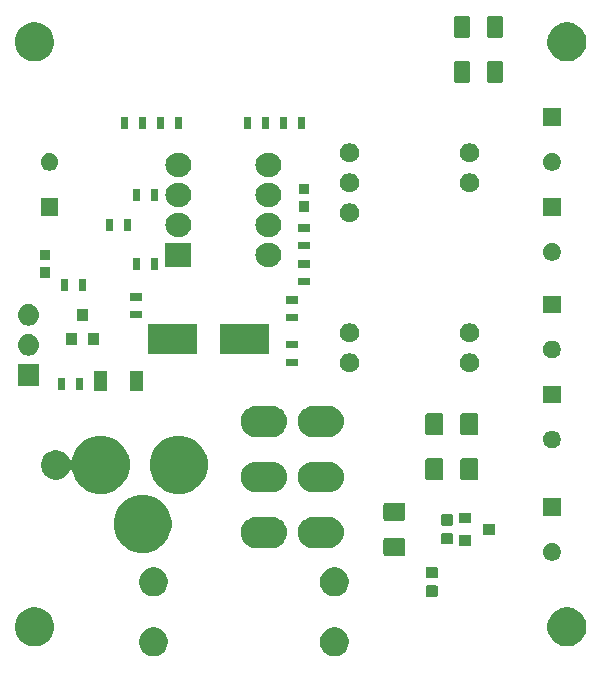
<source format=gts>
G04 #@! TF.GenerationSoftware,KiCad,Pcbnew,5.1.3*
G04 #@! TF.CreationDate,2019-08-09T23:07:46+01:00*
G04 #@! TF.ProjectId,LEDregulator,4c454472-6567-4756-9c61-746f722e6b69,rev?*
G04 #@! TF.SameCoordinates,Original*
G04 #@! TF.FileFunction,Soldermask,Top*
G04 #@! TF.FilePolarity,Negative*
%FSLAX46Y46*%
G04 Gerber Fmt 4.6, Leading zero omitted, Abs format (unit mm)*
G04 Created by KiCad (PCBNEW 5.1.3) date 2019-08-09 23:07:46*
%MOMM*%
%LPD*%
G04 APERTURE LIST*
%ADD10C,0.100000*%
G04 APERTURE END LIST*
D10*
G36*
X147677610Y-91531114D02*
G01*
X147850214Y-91602609D01*
X147900729Y-91623533D01*
X147951269Y-91657303D01*
X148101529Y-91757703D01*
X148272297Y-91928471D01*
X148406468Y-92129273D01*
X148498886Y-92352390D01*
X148546000Y-92589248D01*
X148546000Y-92830752D01*
X148498886Y-93067610D01*
X148406468Y-93290727D01*
X148272297Y-93491529D01*
X148101529Y-93662297D01*
X147951269Y-93762697D01*
X147900729Y-93796467D01*
X147900728Y-93796468D01*
X147900727Y-93796468D01*
X147677610Y-93888886D01*
X147440752Y-93936000D01*
X147199248Y-93936000D01*
X146962390Y-93888886D01*
X146739273Y-93796468D01*
X146739272Y-93796468D01*
X146739271Y-93796467D01*
X146688731Y-93762697D01*
X146538471Y-93662297D01*
X146367703Y-93491529D01*
X146233532Y-93290727D01*
X146141114Y-93067610D01*
X146094000Y-92830752D01*
X146094000Y-92589248D01*
X146141114Y-92352390D01*
X146233532Y-92129273D01*
X146367703Y-91928471D01*
X146538471Y-91757703D01*
X146688731Y-91657303D01*
X146739271Y-91623533D01*
X146789786Y-91602609D01*
X146962390Y-91531114D01*
X147199248Y-91484000D01*
X147440752Y-91484000D01*
X147677610Y-91531114D01*
X147677610Y-91531114D01*
G37*
G36*
X132357610Y-91531114D02*
G01*
X132530214Y-91602609D01*
X132580729Y-91623533D01*
X132631269Y-91657303D01*
X132781529Y-91757703D01*
X132952297Y-91928471D01*
X133086468Y-92129273D01*
X133178886Y-92352390D01*
X133226000Y-92589248D01*
X133226000Y-92830752D01*
X133178886Y-93067610D01*
X133086468Y-93290727D01*
X132952297Y-93491529D01*
X132781529Y-93662297D01*
X132631269Y-93762697D01*
X132580729Y-93796467D01*
X132580728Y-93796468D01*
X132580727Y-93796468D01*
X132357610Y-93888886D01*
X132120752Y-93936000D01*
X131879248Y-93936000D01*
X131642390Y-93888886D01*
X131419273Y-93796468D01*
X131419272Y-93796468D01*
X131419271Y-93796467D01*
X131368731Y-93762697D01*
X131218471Y-93662297D01*
X131047703Y-93491529D01*
X130913532Y-93290727D01*
X130821114Y-93067610D01*
X130774000Y-92830752D01*
X130774000Y-92589248D01*
X130821114Y-92352390D01*
X130913532Y-92129273D01*
X131047703Y-91928471D01*
X131218471Y-91757703D01*
X131368731Y-91657303D01*
X131419271Y-91623533D01*
X131469786Y-91602609D01*
X131642390Y-91531114D01*
X131879248Y-91484000D01*
X132120752Y-91484000D01*
X132357610Y-91531114D01*
X132357610Y-91531114D01*
G37*
G36*
X122295256Y-89831298D02*
G01*
X122401579Y-89852447D01*
X122702042Y-89976903D01*
X122972451Y-90157585D01*
X123202415Y-90387549D01*
X123202416Y-90387551D01*
X123383098Y-90657960D01*
X123507553Y-90958422D01*
X123571000Y-91277389D01*
X123571000Y-91602611D01*
X123566838Y-91623533D01*
X123507553Y-91921579D01*
X123383097Y-92222042D01*
X123202415Y-92492451D01*
X122972451Y-92722415D01*
X122702042Y-92903097D01*
X122401579Y-93027553D01*
X122295256Y-93048702D01*
X122082611Y-93091000D01*
X121757389Y-93091000D01*
X121544744Y-93048702D01*
X121438421Y-93027553D01*
X121137958Y-92903097D01*
X120867549Y-92722415D01*
X120637585Y-92492451D01*
X120456903Y-92222042D01*
X120332447Y-91921579D01*
X120273162Y-91623533D01*
X120269000Y-91602611D01*
X120269000Y-91277389D01*
X120332447Y-90958422D01*
X120456902Y-90657960D01*
X120637584Y-90387551D01*
X120637585Y-90387549D01*
X120867549Y-90157585D01*
X121137958Y-89976903D01*
X121438421Y-89852447D01*
X121544744Y-89831298D01*
X121757389Y-89789000D01*
X122082611Y-89789000D01*
X122295256Y-89831298D01*
X122295256Y-89831298D01*
G37*
G36*
X167380256Y-89831298D02*
G01*
X167486579Y-89852447D01*
X167787042Y-89976903D01*
X168057451Y-90157585D01*
X168287415Y-90387549D01*
X168287416Y-90387551D01*
X168468098Y-90657960D01*
X168592553Y-90958422D01*
X168656000Y-91277389D01*
X168656000Y-91602611D01*
X168651838Y-91623533D01*
X168592553Y-91921579D01*
X168468097Y-92222042D01*
X168287415Y-92492451D01*
X168057451Y-92722415D01*
X167787042Y-92903097D01*
X167486579Y-93027553D01*
X167380256Y-93048702D01*
X167167611Y-93091000D01*
X166842389Y-93091000D01*
X166629744Y-93048702D01*
X166523421Y-93027553D01*
X166222958Y-92903097D01*
X165952549Y-92722415D01*
X165722585Y-92492451D01*
X165541903Y-92222042D01*
X165417447Y-91921579D01*
X165358162Y-91623533D01*
X165354000Y-91602611D01*
X165354000Y-91277389D01*
X165417447Y-90958422D01*
X165541902Y-90657960D01*
X165722584Y-90387551D01*
X165722585Y-90387549D01*
X165952549Y-90157585D01*
X166222958Y-89976903D01*
X166523421Y-89852447D01*
X166629744Y-89831298D01*
X166842389Y-89789000D01*
X167167611Y-89789000D01*
X167380256Y-89831298D01*
X167380256Y-89831298D01*
G37*
G36*
X155954591Y-87933085D02*
G01*
X155988569Y-87943393D01*
X156019890Y-87960134D01*
X156047339Y-87982661D01*
X156069866Y-88010110D01*
X156086607Y-88041431D01*
X156096915Y-88075409D01*
X156101000Y-88116890D01*
X156101000Y-88718110D01*
X156096915Y-88759591D01*
X156086607Y-88793569D01*
X156069866Y-88824890D01*
X156047339Y-88852339D01*
X156019890Y-88874866D01*
X155988569Y-88891607D01*
X155954591Y-88901915D01*
X155913110Y-88906000D01*
X155236890Y-88906000D01*
X155195409Y-88901915D01*
X155161431Y-88891607D01*
X155130110Y-88874866D01*
X155102661Y-88852339D01*
X155080134Y-88824890D01*
X155063393Y-88793569D01*
X155053085Y-88759591D01*
X155049000Y-88718110D01*
X155049000Y-88116890D01*
X155053085Y-88075409D01*
X155063393Y-88041431D01*
X155080134Y-88010110D01*
X155102661Y-87982661D01*
X155130110Y-87960134D01*
X155161431Y-87943393D01*
X155195409Y-87933085D01*
X155236890Y-87929000D01*
X155913110Y-87929000D01*
X155954591Y-87933085D01*
X155954591Y-87933085D01*
G37*
G36*
X147677610Y-86451114D02*
G01*
X147900727Y-86543532D01*
X147900729Y-86543533D01*
X147911304Y-86550599D01*
X148101529Y-86677703D01*
X148272297Y-86848471D01*
X148406468Y-87049273D01*
X148498886Y-87272390D01*
X148546000Y-87509248D01*
X148546000Y-87750752D01*
X148498886Y-87987610D01*
X148406468Y-88210727D01*
X148272297Y-88411529D01*
X148101529Y-88582297D01*
X147951269Y-88682697D01*
X147900729Y-88716467D01*
X147900728Y-88716468D01*
X147900727Y-88716468D01*
X147677610Y-88808886D01*
X147440752Y-88856000D01*
X147199248Y-88856000D01*
X146962390Y-88808886D01*
X146739273Y-88716468D01*
X146739272Y-88716468D01*
X146739271Y-88716467D01*
X146688731Y-88682697D01*
X146538471Y-88582297D01*
X146367703Y-88411529D01*
X146233532Y-88210727D01*
X146141114Y-87987610D01*
X146094000Y-87750752D01*
X146094000Y-87509248D01*
X146141114Y-87272390D01*
X146233532Y-87049273D01*
X146367703Y-86848471D01*
X146538471Y-86677703D01*
X146728696Y-86550599D01*
X146739271Y-86543533D01*
X146739273Y-86543532D01*
X146962390Y-86451114D01*
X147199248Y-86404000D01*
X147440752Y-86404000D01*
X147677610Y-86451114D01*
X147677610Y-86451114D01*
G37*
G36*
X132357610Y-86451114D02*
G01*
X132580727Y-86543532D01*
X132580729Y-86543533D01*
X132591304Y-86550599D01*
X132781529Y-86677703D01*
X132952297Y-86848471D01*
X133086468Y-87049273D01*
X133178886Y-87272390D01*
X133226000Y-87509248D01*
X133226000Y-87750752D01*
X133178886Y-87987610D01*
X133086468Y-88210727D01*
X132952297Y-88411529D01*
X132781529Y-88582297D01*
X132631269Y-88682697D01*
X132580729Y-88716467D01*
X132580728Y-88716468D01*
X132580727Y-88716468D01*
X132357610Y-88808886D01*
X132120752Y-88856000D01*
X131879248Y-88856000D01*
X131642390Y-88808886D01*
X131419273Y-88716468D01*
X131419272Y-88716468D01*
X131419271Y-88716467D01*
X131368731Y-88682697D01*
X131218471Y-88582297D01*
X131047703Y-88411529D01*
X130913532Y-88210727D01*
X130821114Y-87987610D01*
X130774000Y-87750752D01*
X130774000Y-87509248D01*
X130821114Y-87272390D01*
X130913532Y-87049273D01*
X131047703Y-86848471D01*
X131218471Y-86677703D01*
X131408696Y-86550599D01*
X131419271Y-86543533D01*
X131419273Y-86543532D01*
X131642390Y-86451114D01*
X131879248Y-86404000D01*
X132120752Y-86404000D01*
X132357610Y-86451114D01*
X132357610Y-86451114D01*
G37*
G36*
X155954591Y-86358085D02*
G01*
X155988569Y-86368393D01*
X156019890Y-86385134D01*
X156047339Y-86407661D01*
X156069866Y-86435110D01*
X156086607Y-86466431D01*
X156096915Y-86500409D01*
X156101000Y-86541890D01*
X156101000Y-87143110D01*
X156096915Y-87184591D01*
X156086607Y-87218569D01*
X156069866Y-87249890D01*
X156047339Y-87277339D01*
X156019890Y-87299866D01*
X155988569Y-87316607D01*
X155954591Y-87326915D01*
X155913110Y-87331000D01*
X155236890Y-87331000D01*
X155195409Y-87326915D01*
X155161431Y-87316607D01*
X155130110Y-87299866D01*
X155102661Y-87277339D01*
X155080134Y-87249890D01*
X155063393Y-87218569D01*
X155053085Y-87184591D01*
X155049000Y-87143110D01*
X155049000Y-86541890D01*
X155053085Y-86500409D01*
X155063393Y-86466431D01*
X155080134Y-86435110D01*
X155102661Y-86407661D01*
X155130110Y-86385134D01*
X155161431Y-86368393D01*
X155195409Y-86358085D01*
X155236890Y-86354000D01*
X155913110Y-86354000D01*
X155954591Y-86358085D01*
X155954591Y-86358085D01*
G37*
G36*
X165954059Y-84367860D02*
G01*
X166049370Y-84407339D01*
X166090732Y-84424472D01*
X166213735Y-84506660D01*
X166318340Y-84611265D01*
X166400528Y-84734268D01*
X166400529Y-84734270D01*
X166457140Y-84870941D01*
X166486000Y-85016032D01*
X166486000Y-85163968D01*
X166474781Y-85220369D01*
X166457140Y-85309059D01*
X166400528Y-85445732D01*
X166318340Y-85568735D01*
X166213735Y-85673340D01*
X166090732Y-85755528D01*
X166090731Y-85755529D01*
X166090730Y-85755529D01*
X165954059Y-85812140D01*
X165808968Y-85841000D01*
X165661032Y-85841000D01*
X165515941Y-85812140D01*
X165379270Y-85755529D01*
X165379269Y-85755529D01*
X165379268Y-85755528D01*
X165256265Y-85673340D01*
X165151660Y-85568735D01*
X165069472Y-85445732D01*
X165012860Y-85309059D01*
X164995219Y-85220369D01*
X164984000Y-85163968D01*
X164984000Y-85016032D01*
X165012860Y-84870941D01*
X165069471Y-84734270D01*
X165069472Y-84734268D01*
X165151660Y-84611265D01*
X165256265Y-84506660D01*
X165379268Y-84424472D01*
X165420631Y-84407339D01*
X165515941Y-84367860D01*
X165661032Y-84339000D01*
X165808968Y-84339000D01*
X165954059Y-84367860D01*
X165954059Y-84367860D01*
G37*
G36*
X153175562Y-83913181D02*
G01*
X153210481Y-83923774D01*
X153242663Y-83940976D01*
X153270873Y-83964127D01*
X153294024Y-83992337D01*
X153311226Y-84024519D01*
X153321819Y-84059438D01*
X153326000Y-84101895D01*
X153326000Y-85243105D01*
X153321819Y-85285562D01*
X153311226Y-85320481D01*
X153294024Y-85352663D01*
X153270873Y-85380873D01*
X153242663Y-85404024D01*
X153210481Y-85421226D01*
X153175562Y-85431819D01*
X153133105Y-85436000D01*
X151666895Y-85436000D01*
X151624438Y-85431819D01*
X151589519Y-85421226D01*
X151557337Y-85404024D01*
X151529127Y-85380873D01*
X151505976Y-85352663D01*
X151488774Y-85320481D01*
X151478181Y-85285562D01*
X151474000Y-85243105D01*
X151474000Y-84101895D01*
X151478181Y-84059438D01*
X151488774Y-84024519D01*
X151505976Y-83992337D01*
X151529127Y-83964127D01*
X151557337Y-83940976D01*
X151589519Y-83923774D01*
X151624438Y-83913181D01*
X151666895Y-83909000D01*
X153133105Y-83909000D01*
X153175562Y-83913181D01*
X153175562Y-83913181D01*
G37*
G36*
X131798929Y-80367190D02*
G01*
X132189573Y-80529000D01*
X132244984Y-80551952D01*
X132646421Y-80820184D01*
X132987816Y-81161579D01*
X133256049Y-81563018D01*
X133440810Y-82009071D01*
X133535000Y-82482596D01*
X133535000Y-82965404D01*
X133440810Y-83438929D01*
X133344314Y-83671890D01*
X133256048Y-83884984D01*
X132987816Y-84286421D01*
X132646421Y-84627816D01*
X132244984Y-84896048D01*
X132244983Y-84896049D01*
X132244982Y-84896049D01*
X131798929Y-85080810D01*
X131325404Y-85175000D01*
X130842596Y-85175000D01*
X130369071Y-85080810D01*
X129923018Y-84896049D01*
X129923017Y-84896049D01*
X129923016Y-84896048D01*
X129521579Y-84627816D01*
X129180184Y-84286421D01*
X128911952Y-83884984D01*
X128823686Y-83671890D01*
X128727190Y-83438929D01*
X128633000Y-82965404D01*
X128633000Y-82482596D01*
X128727190Y-82009071D01*
X128911951Y-81563018D01*
X129180184Y-81161579D01*
X129521579Y-80820184D01*
X129923016Y-80551952D01*
X129978427Y-80529000D01*
X130369071Y-80367190D01*
X130842596Y-80273000D01*
X131325404Y-80273000D01*
X131798929Y-80367190D01*
X131798929Y-80367190D01*
G37*
G36*
X146983473Y-82148413D02*
G01*
X147079040Y-82157825D01*
X147324280Y-82232218D01*
X147550294Y-82353025D01*
X147580315Y-82377663D01*
X147748397Y-82515603D01*
X147851922Y-82641750D01*
X147910975Y-82713706D01*
X148031782Y-82939720D01*
X148106175Y-83184960D01*
X148131294Y-83440000D01*
X148106175Y-83695040D01*
X148031782Y-83940280D01*
X147910975Y-84166294D01*
X147869567Y-84216750D01*
X147748397Y-84364397D01*
X147601899Y-84484624D01*
X147550294Y-84526975D01*
X147324280Y-84647782D01*
X147079040Y-84722175D01*
X146983473Y-84731587D01*
X146887906Y-84741000D01*
X145460094Y-84741000D01*
X145364527Y-84731587D01*
X145268960Y-84722175D01*
X145023720Y-84647782D01*
X144797706Y-84526975D01*
X144746101Y-84484624D01*
X144599603Y-84364397D01*
X144478433Y-84216750D01*
X144437025Y-84166294D01*
X144316218Y-83940280D01*
X144241825Y-83695040D01*
X144216706Y-83440000D01*
X144241825Y-83184960D01*
X144316218Y-82939720D01*
X144437025Y-82713706D01*
X144496078Y-82641750D01*
X144599603Y-82515603D01*
X144767685Y-82377663D01*
X144797706Y-82353025D01*
X145023720Y-82232218D01*
X145268960Y-82157825D01*
X145364527Y-82148413D01*
X145460094Y-82139000D01*
X146887906Y-82139000D01*
X146983473Y-82148413D01*
X146983473Y-82148413D01*
G37*
G36*
X142163473Y-82148413D02*
G01*
X142259040Y-82157825D01*
X142504280Y-82232218D01*
X142730294Y-82353025D01*
X142760315Y-82377663D01*
X142928397Y-82515603D01*
X143031922Y-82641750D01*
X143090975Y-82713706D01*
X143211782Y-82939720D01*
X143286175Y-83184960D01*
X143311294Y-83440000D01*
X143286175Y-83695040D01*
X143211782Y-83940280D01*
X143090975Y-84166294D01*
X143049567Y-84216750D01*
X142928397Y-84364397D01*
X142781899Y-84484624D01*
X142730294Y-84526975D01*
X142504280Y-84647782D01*
X142259040Y-84722175D01*
X142163473Y-84731587D01*
X142067906Y-84741000D01*
X140640094Y-84741000D01*
X140544527Y-84731587D01*
X140448960Y-84722175D01*
X140203720Y-84647782D01*
X139977706Y-84526975D01*
X139926101Y-84484624D01*
X139779603Y-84364397D01*
X139658433Y-84216750D01*
X139617025Y-84166294D01*
X139496218Y-83940280D01*
X139421825Y-83695040D01*
X139396706Y-83440000D01*
X139421825Y-83184960D01*
X139496218Y-82939720D01*
X139617025Y-82713706D01*
X139676078Y-82641750D01*
X139779603Y-82515603D01*
X139947685Y-82377663D01*
X139977706Y-82353025D01*
X140203720Y-82232218D01*
X140448960Y-82157825D01*
X140544527Y-82148413D01*
X140640094Y-82139000D01*
X142067906Y-82139000D01*
X142163473Y-82148413D01*
X142163473Y-82148413D01*
G37*
G36*
X158886000Y-84586000D02*
G01*
X157884000Y-84586000D01*
X157884000Y-83684000D01*
X158886000Y-83684000D01*
X158886000Y-84586000D01*
X158886000Y-84586000D01*
G37*
G36*
X157224591Y-83488085D02*
G01*
X157258569Y-83498393D01*
X157289890Y-83515134D01*
X157317339Y-83537661D01*
X157339866Y-83565110D01*
X157356607Y-83596431D01*
X157366915Y-83630409D01*
X157371000Y-83671890D01*
X157371000Y-84273110D01*
X157366915Y-84314591D01*
X157356607Y-84348569D01*
X157339866Y-84379890D01*
X157317339Y-84407339D01*
X157289890Y-84429866D01*
X157258569Y-84446607D01*
X157224591Y-84456915D01*
X157183110Y-84461000D01*
X156506890Y-84461000D01*
X156465409Y-84456915D01*
X156431431Y-84446607D01*
X156400110Y-84429866D01*
X156372661Y-84407339D01*
X156350134Y-84379890D01*
X156333393Y-84348569D01*
X156323085Y-84314591D01*
X156319000Y-84273110D01*
X156319000Y-83671890D01*
X156323085Y-83630409D01*
X156333393Y-83596431D01*
X156350134Y-83565110D01*
X156372661Y-83537661D01*
X156400110Y-83515134D01*
X156431431Y-83498393D01*
X156465409Y-83488085D01*
X156506890Y-83484000D01*
X157183110Y-83484000D01*
X157224591Y-83488085D01*
X157224591Y-83488085D01*
G37*
G36*
X160886000Y-83636000D02*
G01*
X159884000Y-83636000D01*
X159884000Y-82734000D01*
X160886000Y-82734000D01*
X160886000Y-83636000D01*
X160886000Y-83636000D01*
G37*
G36*
X157224591Y-81913085D02*
G01*
X157258569Y-81923393D01*
X157289890Y-81940134D01*
X157317339Y-81962661D01*
X157339866Y-81990110D01*
X157356607Y-82021431D01*
X157366915Y-82055409D01*
X157371000Y-82096890D01*
X157371000Y-82698110D01*
X157366915Y-82739591D01*
X157356607Y-82773569D01*
X157339866Y-82804890D01*
X157317339Y-82832339D01*
X157289890Y-82854866D01*
X157258569Y-82871607D01*
X157224591Y-82881915D01*
X157183110Y-82886000D01*
X156506890Y-82886000D01*
X156465409Y-82881915D01*
X156431431Y-82871607D01*
X156400110Y-82854866D01*
X156372661Y-82832339D01*
X156350134Y-82804890D01*
X156333393Y-82773569D01*
X156323085Y-82739591D01*
X156319000Y-82698110D01*
X156319000Y-82096890D01*
X156323085Y-82055409D01*
X156333393Y-82021431D01*
X156350134Y-81990110D01*
X156372661Y-81962661D01*
X156400110Y-81940134D01*
X156431431Y-81923393D01*
X156465409Y-81913085D01*
X156506890Y-81909000D01*
X157183110Y-81909000D01*
X157224591Y-81913085D01*
X157224591Y-81913085D01*
G37*
G36*
X158886000Y-82686000D02*
G01*
X157884000Y-82686000D01*
X157884000Y-81784000D01*
X158886000Y-81784000D01*
X158886000Y-82686000D01*
X158886000Y-82686000D01*
G37*
G36*
X153175562Y-80938181D02*
G01*
X153210481Y-80948774D01*
X153242663Y-80965976D01*
X153270873Y-80989127D01*
X153294024Y-81017337D01*
X153311226Y-81049519D01*
X153321819Y-81084438D01*
X153326000Y-81126895D01*
X153326000Y-82268105D01*
X153321819Y-82310562D01*
X153311226Y-82345481D01*
X153294024Y-82377663D01*
X153270873Y-82405873D01*
X153242663Y-82429024D01*
X153210481Y-82446226D01*
X153175562Y-82456819D01*
X153133105Y-82461000D01*
X151666895Y-82461000D01*
X151624438Y-82456819D01*
X151589519Y-82446226D01*
X151557337Y-82429024D01*
X151529127Y-82405873D01*
X151505976Y-82377663D01*
X151488774Y-82345481D01*
X151478181Y-82310562D01*
X151474000Y-82268105D01*
X151474000Y-81126895D01*
X151478181Y-81084438D01*
X151488774Y-81049519D01*
X151505976Y-81017337D01*
X151529127Y-80989127D01*
X151557337Y-80965976D01*
X151589519Y-80948774D01*
X151624438Y-80938181D01*
X151666895Y-80934000D01*
X153133105Y-80934000D01*
X153175562Y-80938181D01*
X153175562Y-80938181D01*
G37*
G36*
X166486000Y-82031000D02*
G01*
X164984000Y-82031000D01*
X164984000Y-80529000D01*
X166486000Y-80529000D01*
X166486000Y-82031000D01*
X166486000Y-82031000D01*
G37*
G36*
X134848929Y-75367190D02*
G01*
X135294982Y-75551951D01*
X135294984Y-75551952D01*
X135425211Y-75638967D01*
X135696421Y-75820184D01*
X136037816Y-76161579D01*
X136306049Y-76563018D01*
X136490810Y-77009071D01*
X136585000Y-77482596D01*
X136585000Y-77965404D01*
X136490810Y-78438929D01*
X136327737Y-78832622D01*
X136306048Y-78884984D01*
X136037816Y-79286421D01*
X135696421Y-79627816D01*
X135294984Y-79896048D01*
X135294983Y-79896049D01*
X135294982Y-79896049D01*
X134848929Y-80080810D01*
X134375404Y-80175000D01*
X133892596Y-80175000D01*
X133419071Y-80080810D01*
X132973018Y-79896049D01*
X132973017Y-79896049D01*
X132973016Y-79896048D01*
X132571579Y-79627816D01*
X132230184Y-79286421D01*
X131961952Y-78884984D01*
X131940263Y-78832622D01*
X131777190Y-78438929D01*
X131683000Y-77965404D01*
X131683000Y-77482596D01*
X131777190Y-77009071D01*
X131961951Y-76563018D01*
X132230184Y-76161579D01*
X132571579Y-75820184D01*
X132842789Y-75638967D01*
X132973016Y-75551952D01*
X132973018Y-75551951D01*
X133419071Y-75367190D01*
X133892596Y-75273000D01*
X134375404Y-75273000D01*
X134848929Y-75367190D01*
X134848929Y-75367190D01*
G37*
G36*
X128248929Y-75367190D02*
G01*
X128694982Y-75551951D01*
X128694984Y-75551952D01*
X128825211Y-75638967D01*
X129096421Y-75820184D01*
X129437816Y-76161579D01*
X129706049Y-76563018D01*
X129890810Y-77009071D01*
X129985000Y-77482596D01*
X129985000Y-77965404D01*
X129890810Y-78438929D01*
X129727737Y-78832622D01*
X129706048Y-78884984D01*
X129437816Y-79286421D01*
X129096421Y-79627816D01*
X128694984Y-79896048D01*
X128694983Y-79896049D01*
X128694982Y-79896049D01*
X128248929Y-80080810D01*
X127775404Y-80175000D01*
X127292596Y-80175000D01*
X126819071Y-80080810D01*
X126373018Y-79896049D01*
X126373017Y-79896049D01*
X126373016Y-79896048D01*
X125971579Y-79627816D01*
X125630184Y-79286421D01*
X125361952Y-78884984D01*
X125340263Y-78832622D01*
X125177190Y-78438929D01*
X125132596Y-78214739D01*
X125125483Y-78191290D01*
X125113932Y-78169679D01*
X125098387Y-78150737D01*
X125079445Y-78135192D01*
X125057834Y-78123641D01*
X125034385Y-78116528D01*
X125009999Y-78114126D01*
X124985613Y-78116528D01*
X124962164Y-78123641D01*
X124940553Y-78135192D01*
X124921611Y-78150737D01*
X124906066Y-78169679D01*
X124894515Y-78191290D01*
X124874456Y-78239718D01*
X124842622Y-78316571D01*
X124705715Y-78521466D01*
X124531466Y-78695715D01*
X124326571Y-78832622D01*
X124326570Y-78832623D01*
X124326569Y-78832623D01*
X124098903Y-78926925D01*
X123857214Y-78975000D01*
X123610786Y-78975000D01*
X123369097Y-78926925D01*
X123141431Y-78832623D01*
X123141430Y-78832623D01*
X123141429Y-78832622D01*
X122936534Y-78695715D01*
X122762285Y-78521466D01*
X122625378Y-78316571D01*
X122593545Y-78239718D01*
X122531075Y-78088903D01*
X122483000Y-77847214D01*
X122483000Y-77600786D01*
X122531075Y-77359097D01*
X122625377Y-77131431D01*
X122625378Y-77131429D01*
X122762285Y-76926534D01*
X122936534Y-76752285D01*
X123141429Y-76615378D01*
X123369097Y-76521075D01*
X123610786Y-76473000D01*
X123857214Y-76473000D01*
X124098903Y-76521075D01*
X124326571Y-76615378D01*
X124531466Y-76752285D01*
X124705715Y-76926534D01*
X124842622Y-77131429D01*
X124842623Y-77131431D01*
X124894515Y-77256710D01*
X124906066Y-77278320D01*
X124921611Y-77297262D01*
X124940553Y-77312808D01*
X124962164Y-77324359D01*
X124985613Y-77331472D01*
X125009999Y-77333874D01*
X125034385Y-77331472D01*
X125057834Y-77324359D01*
X125079444Y-77312808D01*
X125098386Y-77297263D01*
X125113932Y-77278321D01*
X125125483Y-77256710D01*
X125132596Y-77233261D01*
X125177190Y-77009071D01*
X125361951Y-76563018D01*
X125630184Y-76161579D01*
X125971579Y-75820184D01*
X126242789Y-75638967D01*
X126373016Y-75551952D01*
X126373018Y-75551951D01*
X126819071Y-75367190D01*
X127292596Y-75273000D01*
X127775404Y-75273000D01*
X128248929Y-75367190D01*
X128248929Y-75367190D01*
G37*
G36*
X146968065Y-77446895D02*
G01*
X147079040Y-77457825D01*
X147324280Y-77532218D01*
X147550294Y-77653025D01*
X147601899Y-77695376D01*
X147748397Y-77815603D01*
X147868624Y-77962101D01*
X147910975Y-78013706D01*
X148031782Y-78239720D01*
X148106175Y-78484960D01*
X148131294Y-78740000D01*
X148106175Y-78995040D01*
X148031782Y-79240280D01*
X147910975Y-79466294D01*
X147868624Y-79517899D01*
X147748397Y-79664397D01*
X147601899Y-79784624D01*
X147550294Y-79826975D01*
X147324280Y-79947782D01*
X147079040Y-80022175D01*
X146983473Y-80031587D01*
X146887906Y-80041000D01*
X145460094Y-80041000D01*
X145364527Y-80031587D01*
X145268960Y-80022175D01*
X145023720Y-79947782D01*
X144797706Y-79826975D01*
X144746101Y-79784624D01*
X144599603Y-79664397D01*
X144479376Y-79517899D01*
X144437025Y-79466294D01*
X144316218Y-79240280D01*
X144241825Y-78995040D01*
X144216706Y-78740000D01*
X144241825Y-78484960D01*
X144316218Y-78239720D01*
X144437025Y-78013706D01*
X144479376Y-77962101D01*
X144599603Y-77815603D01*
X144746101Y-77695376D01*
X144797706Y-77653025D01*
X145023720Y-77532218D01*
X145268960Y-77457825D01*
X145379935Y-77446895D01*
X145460094Y-77439000D01*
X146887906Y-77439000D01*
X146968065Y-77446895D01*
X146968065Y-77446895D01*
G37*
G36*
X142148065Y-77446895D02*
G01*
X142259040Y-77457825D01*
X142504280Y-77532218D01*
X142730294Y-77653025D01*
X142781899Y-77695376D01*
X142928397Y-77815603D01*
X143048624Y-77962101D01*
X143090975Y-78013706D01*
X143211782Y-78239720D01*
X143286175Y-78484960D01*
X143311294Y-78740000D01*
X143286175Y-78995040D01*
X143211782Y-79240280D01*
X143090975Y-79466294D01*
X143048624Y-79517899D01*
X142928397Y-79664397D01*
X142781899Y-79784624D01*
X142730294Y-79826975D01*
X142504280Y-79947782D01*
X142259040Y-80022175D01*
X142163473Y-80031587D01*
X142067906Y-80041000D01*
X140640094Y-80041000D01*
X140544527Y-80031587D01*
X140448960Y-80022175D01*
X140203720Y-79947782D01*
X139977706Y-79826975D01*
X139926101Y-79784624D01*
X139779603Y-79664397D01*
X139659376Y-79517899D01*
X139617025Y-79466294D01*
X139496218Y-79240280D01*
X139421825Y-78995040D01*
X139396706Y-78740000D01*
X139421825Y-78484960D01*
X139496218Y-78239720D01*
X139617025Y-78013706D01*
X139659376Y-77962101D01*
X139779603Y-77815603D01*
X139926101Y-77695376D01*
X139977706Y-77653025D01*
X140203720Y-77532218D01*
X140448960Y-77457825D01*
X140559935Y-77446895D01*
X140640094Y-77439000D01*
X142067906Y-77439000D01*
X142148065Y-77446895D01*
X142148065Y-77446895D01*
G37*
G36*
X156388062Y-77183181D02*
G01*
X156422981Y-77193774D01*
X156455163Y-77210976D01*
X156483373Y-77234127D01*
X156506524Y-77262337D01*
X156523726Y-77294519D01*
X156534319Y-77329438D01*
X156538500Y-77371895D01*
X156538500Y-78838105D01*
X156534319Y-78880562D01*
X156523726Y-78915481D01*
X156506524Y-78947663D01*
X156483373Y-78975873D01*
X156455163Y-78999024D01*
X156422981Y-79016226D01*
X156388062Y-79026819D01*
X156345605Y-79031000D01*
X155204395Y-79031000D01*
X155161938Y-79026819D01*
X155127019Y-79016226D01*
X155094837Y-78999024D01*
X155066627Y-78975873D01*
X155043476Y-78947663D01*
X155026274Y-78915481D01*
X155015681Y-78880562D01*
X155011500Y-78838105D01*
X155011500Y-77371895D01*
X155015681Y-77329438D01*
X155026274Y-77294519D01*
X155043476Y-77262337D01*
X155066627Y-77234127D01*
X155094837Y-77210976D01*
X155127019Y-77193774D01*
X155161938Y-77183181D01*
X155204395Y-77179000D01*
X156345605Y-77179000D01*
X156388062Y-77183181D01*
X156388062Y-77183181D01*
G37*
G36*
X159363062Y-77183181D02*
G01*
X159397981Y-77193774D01*
X159430163Y-77210976D01*
X159458373Y-77234127D01*
X159481524Y-77262337D01*
X159498726Y-77294519D01*
X159509319Y-77329438D01*
X159513500Y-77371895D01*
X159513500Y-78838105D01*
X159509319Y-78880562D01*
X159498726Y-78915481D01*
X159481524Y-78947663D01*
X159458373Y-78975873D01*
X159430163Y-78999024D01*
X159397981Y-79016226D01*
X159363062Y-79026819D01*
X159320605Y-79031000D01*
X158179395Y-79031000D01*
X158136938Y-79026819D01*
X158102019Y-79016226D01*
X158069837Y-78999024D01*
X158041627Y-78975873D01*
X158018476Y-78947663D01*
X158001274Y-78915481D01*
X157990681Y-78880562D01*
X157986500Y-78838105D01*
X157986500Y-77371895D01*
X157990681Y-77329438D01*
X158001274Y-77294519D01*
X158018476Y-77262337D01*
X158041627Y-77234127D01*
X158069837Y-77210976D01*
X158102019Y-77193774D01*
X158136938Y-77183181D01*
X158179395Y-77179000D01*
X159320605Y-77179000D01*
X159363062Y-77183181D01*
X159363062Y-77183181D01*
G37*
G36*
X165954059Y-74842860D02*
G01*
X166090732Y-74899472D01*
X166213735Y-74981660D01*
X166318340Y-75086265D01*
X166398495Y-75206226D01*
X166400529Y-75209270D01*
X166457140Y-75345941D01*
X166486000Y-75491032D01*
X166486000Y-75638968D01*
X166457140Y-75784059D01*
X166442177Y-75820184D01*
X166400528Y-75920732D01*
X166318340Y-76043735D01*
X166213735Y-76148340D01*
X166090732Y-76230528D01*
X166090731Y-76230529D01*
X166090730Y-76230529D01*
X165954059Y-76287140D01*
X165808968Y-76316000D01*
X165661032Y-76316000D01*
X165515941Y-76287140D01*
X165379270Y-76230529D01*
X165379269Y-76230529D01*
X165379268Y-76230528D01*
X165256265Y-76148340D01*
X165151660Y-76043735D01*
X165069472Y-75920732D01*
X165027824Y-75820184D01*
X165012860Y-75784059D01*
X164984000Y-75638968D01*
X164984000Y-75491032D01*
X165012860Y-75345941D01*
X165069471Y-75209270D01*
X165071505Y-75206226D01*
X165151660Y-75086265D01*
X165256265Y-74981660D01*
X165379268Y-74899472D01*
X165515941Y-74842860D01*
X165661032Y-74814000D01*
X165808968Y-74814000D01*
X165954059Y-74842860D01*
X165954059Y-74842860D01*
G37*
G36*
X146983473Y-72748413D02*
G01*
X147079040Y-72757825D01*
X147324280Y-72832218D01*
X147550294Y-72953025D01*
X147601899Y-72995376D01*
X147748397Y-73115603D01*
X147868624Y-73262101D01*
X147910975Y-73313706D01*
X148031782Y-73539720D01*
X148106175Y-73784960D01*
X148131294Y-74040000D01*
X148106175Y-74295040D01*
X148031782Y-74540280D01*
X147910975Y-74766294D01*
X147871823Y-74814000D01*
X147748397Y-74964397D01*
X147619033Y-75070562D01*
X147550294Y-75126975D01*
X147324280Y-75247782D01*
X147079040Y-75322175D01*
X146983473Y-75331587D01*
X146887906Y-75341000D01*
X145460094Y-75341000D01*
X145364527Y-75331587D01*
X145268960Y-75322175D01*
X145023720Y-75247782D01*
X144797706Y-75126975D01*
X144728967Y-75070562D01*
X144599603Y-74964397D01*
X144476177Y-74814000D01*
X144437025Y-74766294D01*
X144316218Y-74540280D01*
X144241825Y-74295040D01*
X144216706Y-74040000D01*
X144241825Y-73784960D01*
X144316218Y-73539720D01*
X144437025Y-73313706D01*
X144479376Y-73262101D01*
X144599603Y-73115603D01*
X144746101Y-72995376D01*
X144797706Y-72953025D01*
X145023720Y-72832218D01*
X145268960Y-72757825D01*
X145364527Y-72748413D01*
X145460094Y-72739000D01*
X146887906Y-72739000D01*
X146983473Y-72748413D01*
X146983473Y-72748413D01*
G37*
G36*
X142163473Y-72748413D02*
G01*
X142259040Y-72757825D01*
X142504280Y-72832218D01*
X142730294Y-72953025D01*
X142781899Y-72995376D01*
X142928397Y-73115603D01*
X143048624Y-73262101D01*
X143090975Y-73313706D01*
X143211782Y-73539720D01*
X143286175Y-73784960D01*
X143311294Y-74040000D01*
X143286175Y-74295040D01*
X143211782Y-74540280D01*
X143090975Y-74766294D01*
X143051823Y-74814000D01*
X142928397Y-74964397D01*
X142799033Y-75070562D01*
X142730294Y-75126975D01*
X142504280Y-75247782D01*
X142259040Y-75322175D01*
X142163473Y-75331587D01*
X142067906Y-75341000D01*
X140640094Y-75341000D01*
X140544527Y-75331587D01*
X140448960Y-75322175D01*
X140203720Y-75247782D01*
X139977706Y-75126975D01*
X139908967Y-75070562D01*
X139779603Y-74964397D01*
X139656177Y-74814000D01*
X139617025Y-74766294D01*
X139496218Y-74540280D01*
X139421825Y-74295040D01*
X139396706Y-74040000D01*
X139421825Y-73784960D01*
X139496218Y-73539720D01*
X139617025Y-73313706D01*
X139659376Y-73262101D01*
X139779603Y-73115603D01*
X139926101Y-72995376D01*
X139977706Y-72953025D01*
X140203720Y-72832218D01*
X140448960Y-72757825D01*
X140544527Y-72748413D01*
X140640094Y-72739000D01*
X142067906Y-72739000D01*
X142163473Y-72748413D01*
X142163473Y-72748413D01*
G37*
G36*
X159363062Y-73373181D02*
G01*
X159397981Y-73383774D01*
X159430163Y-73400976D01*
X159458373Y-73424127D01*
X159481524Y-73452337D01*
X159498726Y-73484519D01*
X159509319Y-73519438D01*
X159513500Y-73561895D01*
X159513500Y-75028105D01*
X159509319Y-75070562D01*
X159498726Y-75105481D01*
X159481524Y-75137663D01*
X159458373Y-75165873D01*
X159430163Y-75189024D01*
X159397981Y-75206226D01*
X159363062Y-75216819D01*
X159320605Y-75221000D01*
X158179395Y-75221000D01*
X158136938Y-75216819D01*
X158102019Y-75206226D01*
X158069837Y-75189024D01*
X158041627Y-75165873D01*
X158018476Y-75137663D01*
X158001274Y-75105481D01*
X157990681Y-75070562D01*
X157986500Y-75028105D01*
X157986500Y-73561895D01*
X157990681Y-73519438D01*
X158001274Y-73484519D01*
X158018476Y-73452337D01*
X158041627Y-73424127D01*
X158069837Y-73400976D01*
X158102019Y-73383774D01*
X158136938Y-73373181D01*
X158179395Y-73369000D01*
X159320605Y-73369000D01*
X159363062Y-73373181D01*
X159363062Y-73373181D01*
G37*
G36*
X156388062Y-73373181D02*
G01*
X156422981Y-73383774D01*
X156455163Y-73400976D01*
X156483373Y-73424127D01*
X156506524Y-73452337D01*
X156523726Y-73484519D01*
X156534319Y-73519438D01*
X156538500Y-73561895D01*
X156538500Y-75028105D01*
X156534319Y-75070562D01*
X156523726Y-75105481D01*
X156506524Y-75137663D01*
X156483373Y-75165873D01*
X156455163Y-75189024D01*
X156422981Y-75206226D01*
X156388062Y-75216819D01*
X156345605Y-75221000D01*
X155204395Y-75221000D01*
X155161938Y-75216819D01*
X155127019Y-75206226D01*
X155094837Y-75189024D01*
X155066627Y-75165873D01*
X155043476Y-75137663D01*
X155026274Y-75105481D01*
X155015681Y-75070562D01*
X155011500Y-75028105D01*
X155011500Y-73561895D01*
X155015681Y-73519438D01*
X155026274Y-73484519D01*
X155043476Y-73452337D01*
X155066627Y-73424127D01*
X155094837Y-73400976D01*
X155127019Y-73383774D01*
X155161938Y-73373181D01*
X155204395Y-73369000D01*
X156345605Y-73369000D01*
X156388062Y-73373181D01*
X156388062Y-73373181D01*
G37*
G36*
X166486000Y-72506000D02*
G01*
X164984000Y-72506000D01*
X164984000Y-71004000D01*
X166486000Y-71004000D01*
X166486000Y-72506000D01*
X166486000Y-72506000D01*
G37*
G36*
X131083000Y-71463000D02*
G01*
X129981000Y-71463000D01*
X129981000Y-69761000D01*
X131083000Y-69761000D01*
X131083000Y-71463000D01*
X131083000Y-71463000D01*
G37*
G36*
X128083000Y-71463000D02*
G01*
X126981000Y-71463000D01*
X126981000Y-69761000D01*
X128083000Y-69761000D01*
X128083000Y-71463000D01*
X128083000Y-71463000D01*
G37*
G36*
X126031000Y-71367000D02*
G01*
X125429000Y-71367000D01*
X125429000Y-70365000D01*
X126031000Y-70365000D01*
X126031000Y-71367000D01*
X126031000Y-71367000D01*
G37*
G36*
X124531000Y-71367000D02*
G01*
X123929000Y-71367000D01*
X123929000Y-70365000D01*
X124531000Y-70365000D01*
X124531000Y-71367000D01*
X124531000Y-71367000D01*
G37*
G36*
X122313000Y-71005000D02*
G01*
X120511000Y-71005000D01*
X120511000Y-69203000D01*
X122313000Y-69203000D01*
X122313000Y-71005000D01*
X122313000Y-71005000D01*
G37*
G36*
X158987142Y-68306242D02*
G01*
X159135101Y-68367529D01*
X159268255Y-68456499D01*
X159381501Y-68569745D01*
X159470471Y-68702899D01*
X159531758Y-68850858D01*
X159563000Y-69007925D01*
X159563000Y-69168075D01*
X159531758Y-69325142D01*
X159470471Y-69473101D01*
X159381501Y-69606255D01*
X159268255Y-69719501D01*
X159135101Y-69808471D01*
X158987142Y-69869758D01*
X158830075Y-69901000D01*
X158669925Y-69901000D01*
X158512858Y-69869758D01*
X158364899Y-69808471D01*
X158231745Y-69719501D01*
X158118499Y-69606255D01*
X158029529Y-69473101D01*
X157968242Y-69325142D01*
X157937000Y-69168075D01*
X157937000Y-69007925D01*
X157968242Y-68850858D01*
X158029529Y-68702899D01*
X158118499Y-68569745D01*
X158231745Y-68456499D01*
X158364899Y-68367529D01*
X158512858Y-68306242D01*
X158669925Y-68275000D01*
X158830075Y-68275000D01*
X158987142Y-68306242D01*
X158987142Y-68306242D01*
G37*
G36*
X148827142Y-68306242D02*
G01*
X148975101Y-68367529D01*
X149108255Y-68456499D01*
X149221501Y-68569745D01*
X149310471Y-68702899D01*
X149371758Y-68850858D01*
X149403000Y-69007925D01*
X149403000Y-69168075D01*
X149371758Y-69325142D01*
X149310471Y-69473101D01*
X149221501Y-69606255D01*
X149108255Y-69719501D01*
X148975101Y-69808471D01*
X148827142Y-69869758D01*
X148670075Y-69901000D01*
X148509925Y-69901000D01*
X148352858Y-69869758D01*
X148204899Y-69808471D01*
X148071745Y-69719501D01*
X147958499Y-69606255D01*
X147869529Y-69473101D01*
X147808242Y-69325142D01*
X147777000Y-69168075D01*
X147777000Y-69007925D01*
X147808242Y-68850858D01*
X147869529Y-68702899D01*
X147958499Y-68569745D01*
X148071745Y-68456499D01*
X148204899Y-68367529D01*
X148352858Y-68306242D01*
X148509925Y-68275000D01*
X148670075Y-68275000D01*
X148827142Y-68306242D01*
X148827142Y-68306242D01*
G37*
G36*
X144265000Y-69365000D02*
G01*
X143263000Y-69365000D01*
X143263000Y-68763000D01*
X144265000Y-68763000D01*
X144265000Y-69365000D01*
X144265000Y-69365000D01*
G37*
G36*
X165954059Y-67222860D02*
G01*
X166064174Y-67268471D01*
X166090732Y-67279472D01*
X166213735Y-67361660D01*
X166318340Y-67466265D01*
X166400528Y-67589268D01*
X166457140Y-67725941D01*
X166486000Y-67871033D01*
X166486000Y-68018967D01*
X166457140Y-68164059D01*
X166400528Y-68300732D01*
X166318340Y-68423735D01*
X166213735Y-68528340D01*
X166090732Y-68610528D01*
X166090731Y-68610529D01*
X166090730Y-68610529D01*
X165954059Y-68667140D01*
X165808968Y-68696000D01*
X165661032Y-68696000D01*
X165515941Y-68667140D01*
X165379270Y-68610529D01*
X165379269Y-68610529D01*
X165379268Y-68610528D01*
X165256265Y-68528340D01*
X165151660Y-68423735D01*
X165069472Y-68300732D01*
X165012860Y-68164059D01*
X164984000Y-68018967D01*
X164984000Y-67871033D01*
X165012860Y-67725941D01*
X165069472Y-67589268D01*
X165151660Y-67466265D01*
X165256265Y-67361660D01*
X165379268Y-67279472D01*
X165405827Y-67268471D01*
X165515941Y-67222860D01*
X165661032Y-67194000D01*
X165808968Y-67194000D01*
X165954059Y-67222860D01*
X165954059Y-67222860D01*
G37*
G36*
X121522443Y-66669519D02*
G01*
X121588627Y-66676037D01*
X121758466Y-66727557D01*
X121914991Y-66811222D01*
X121950729Y-66840552D01*
X122052186Y-66923814D01*
X122135448Y-67025271D01*
X122164778Y-67061009D01*
X122248443Y-67217534D01*
X122299963Y-67387373D01*
X122317359Y-67564000D01*
X122299963Y-67740627D01*
X122248443Y-67910466D01*
X122164778Y-68066991D01*
X122135448Y-68102729D01*
X122052186Y-68204186D01*
X121950729Y-68287448D01*
X121914991Y-68316778D01*
X121758466Y-68400443D01*
X121588627Y-68451963D01*
X121542571Y-68456499D01*
X121456260Y-68465000D01*
X121367740Y-68465000D01*
X121281429Y-68456499D01*
X121235373Y-68451963D01*
X121065534Y-68400443D01*
X120909009Y-68316778D01*
X120873271Y-68287448D01*
X120771814Y-68204186D01*
X120688552Y-68102729D01*
X120659222Y-68066991D01*
X120575557Y-67910466D01*
X120524037Y-67740627D01*
X120506641Y-67564000D01*
X120524037Y-67387373D01*
X120575557Y-67217534D01*
X120659222Y-67061009D01*
X120688552Y-67025271D01*
X120771814Y-66923814D01*
X120873271Y-66840552D01*
X120909009Y-66811222D01*
X121065534Y-66727557D01*
X121235373Y-66676037D01*
X121301557Y-66669519D01*
X121367740Y-66663000D01*
X121456260Y-66663000D01*
X121522443Y-66669519D01*
X121522443Y-66669519D01*
G37*
G36*
X141751000Y-68357000D02*
G01*
X137649000Y-68357000D01*
X137649000Y-65755000D01*
X141751000Y-65755000D01*
X141751000Y-68357000D01*
X141751000Y-68357000D01*
G37*
G36*
X135651000Y-68357000D02*
G01*
X131549000Y-68357000D01*
X131549000Y-65755000D01*
X135651000Y-65755000D01*
X135651000Y-68357000D01*
X135651000Y-68357000D01*
G37*
G36*
X144265000Y-67865000D02*
G01*
X143263000Y-67865000D01*
X143263000Y-67263000D01*
X144265000Y-67263000D01*
X144265000Y-67865000D01*
X144265000Y-67865000D01*
G37*
G36*
X125485000Y-67541000D02*
G01*
X124583000Y-67541000D01*
X124583000Y-66539000D01*
X125485000Y-66539000D01*
X125485000Y-67541000D01*
X125485000Y-67541000D01*
G37*
G36*
X127385000Y-67541000D02*
G01*
X126483000Y-67541000D01*
X126483000Y-66539000D01*
X127385000Y-66539000D01*
X127385000Y-67541000D01*
X127385000Y-67541000D01*
G37*
G36*
X158987142Y-65766242D02*
G01*
X159135101Y-65827529D01*
X159268255Y-65916499D01*
X159381501Y-66029745D01*
X159470471Y-66162899D01*
X159531758Y-66310858D01*
X159563000Y-66467925D01*
X159563000Y-66628075D01*
X159531758Y-66785142D01*
X159470471Y-66933101D01*
X159381501Y-67066255D01*
X159268255Y-67179501D01*
X159135101Y-67268471D01*
X158987142Y-67329758D01*
X158830075Y-67361000D01*
X158669925Y-67361000D01*
X158512858Y-67329758D01*
X158364899Y-67268471D01*
X158231745Y-67179501D01*
X158118499Y-67066255D01*
X158029529Y-66933101D01*
X157968242Y-66785142D01*
X157937000Y-66628075D01*
X157937000Y-66467925D01*
X157968242Y-66310858D01*
X158029529Y-66162899D01*
X158118499Y-66029745D01*
X158231745Y-65916499D01*
X158364899Y-65827529D01*
X158512858Y-65766242D01*
X158669925Y-65735000D01*
X158830075Y-65735000D01*
X158987142Y-65766242D01*
X158987142Y-65766242D01*
G37*
G36*
X148827142Y-65766242D02*
G01*
X148975101Y-65827529D01*
X149108255Y-65916499D01*
X149221501Y-66029745D01*
X149310471Y-66162899D01*
X149371758Y-66310858D01*
X149403000Y-66467925D01*
X149403000Y-66628075D01*
X149371758Y-66785142D01*
X149310471Y-66933101D01*
X149221501Y-67066255D01*
X149108255Y-67179501D01*
X148975101Y-67268471D01*
X148827142Y-67329758D01*
X148670075Y-67361000D01*
X148509925Y-67361000D01*
X148352858Y-67329758D01*
X148204899Y-67268471D01*
X148071745Y-67179501D01*
X147958499Y-67066255D01*
X147869529Y-66933101D01*
X147808242Y-66785142D01*
X147777000Y-66628075D01*
X147777000Y-66467925D01*
X147808242Y-66310858D01*
X147869529Y-66162899D01*
X147958499Y-66029745D01*
X148071745Y-65916499D01*
X148204899Y-65827529D01*
X148352858Y-65766242D01*
X148509925Y-65735000D01*
X148670075Y-65735000D01*
X148827142Y-65766242D01*
X148827142Y-65766242D01*
G37*
G36*
X121522443Y-64129519D02*
G01*
X121588627Y-64136037D01*
X121758466Y-64187557D01*
X121914991Y-64271222D01*
X121950729Y-64300552D01*
X122052186Y-64383814D01*
X122135448Y-64485271D01*
X122164778Y-64521009D01*
X122248443Y-64677534D01*
X122299963Y-64847373D01*
X122317359Y-65024000D01*
X122299963Y-65200627D01*
X122248443Y-65370466D01*
X122164778Y-65526991D01*
X122153281Y-65541000D01*
X122052186Y-65664186D01*
X121950729Y-65747448D01*
X121914991Y-65776778D01*
X121758466Y-65860443D01*
X121588627Y-65911963D01*
X121542571Y-65916499D01*
X121456260Y-65925000D01*
X121367740Y-65925000D01*
X121281429Y-65916499D01*
X121235373Y-65911963D01*
X121065534Y-65860443D01*
X120909009Y-65776778D01*
X120873271Y-65747448D01*
X120771814Y-65664186D01*
X120670719Y-65541000D01*
X120659222Y-65526991D01*
X120575557Y-65370466D01*
X120524037Y-65200627D01*
X120506641Y-65024000D01*
X120524037Y-64847373D01*
X120575557Y-64677534D01*
X120659222Y-64521009D01*
X120688552Y-64485271D01*
X120771814Y-64383814D01*
X120873271Y-64300552D01*
X120909009Y-64271222D01*
X121065534Y-64187557D01*
X121235373Y-64136037D01*
X121301557Y-64129519D01*
X121367740Y-64123000D01*
X121456260Y-64123000D01*
X121522443Y-64129519D01*
X121522443Y-64129519D01*
G37*
G36*
X144265000Y-65567000D02*
G01*
X143263000Y-65567000D01*
X143263000Y-64965000D01*
X144265000Y-64965000D01*
X144265000Y-65567000D01*
X144265000Y-65567000D01*
G37*
G36*
X126435000Y-65541000D02*
G01*
X125533000Y-65541000D01*
X125533000Y-64539000D01*
X126435000Y-64539000D01*
X126435000Y-65541000D01*
X126435000Y-65541000D01*
G37*
G36*
X131057000Y-65313000D02*
G01*
X130055000Y-65313000D01*
X130055000Y-64711000D01*
X131057000Y-64711000D01*
X131057000Y-65313000D01*
X131057000Y-65313000D01*
G37*
G36*
X166486000Y-64886000D02*
G01*
X164984000Y-64886000D01*
X164984000Y-63384000D01*
X166486000Y-63384000D01*
X166486000Y-64886000D01*
X166486000Y-64886000D01*
G37*
G36*
X144265000Y-64067000D02*
G01*
X143263000Y-64067000D01*
X143263000Y-63465000D01*
X144265000Y-63465000D01*
X144265000Y-64067000D01*
X144265000Y-64067000D01*
G37*
G36*
X131057000Y-63813000D02*
G01*
X130055000Y-63813000D01*
X130055000Y-63211000D01*
X131057000Y-63211000D01*
X131057000Y-63813000D01*
X131057000Y-63813000D01*
G37*
G36*
X124785000Y-62985000D02*
G01*
X124183000Y-62985000D01*
X124183000Y-61983000D01*
X124785000Y-61983000D01*
X124785000Y-62985000D01*
X124785000Y-62985000D01*
G37*
G36*
X126285000Y-62985000D02*
G01*
X125683000Y-62985000D01*
X125683000Y-61983000D01*
X126285000Y-61983000D01*
X126285000Y-62985000D01*
X126285000Y-62985000D01*
G37*
G36*
X145281000Y-62519000D02*
G01*
X144279000Y-62519000D01*
X144279000Y-61917000D01*
X145281000Y-61917000D01*
X145281000Y-62519000D01*
X145281000Y-62519000D01*
G37*
G36*
X123235000Y-61895000D02*
G01*
X122383000Y-61895000D01*
X122383000Y-60993000D01*
X123235000Y-60993000D01*
X123235000Y-61895000D01*
X123235000Y-61895000D01*
G37*
G36*
X132357000Y-61207000D02*
G01*
X131755000Y-61207000D01*
X131755000Y-60205000D01*
X132357000Y-60205000D01*
X132357000Y-61207000D01*
X132357000Y-61207000D01*
G37*
G36*
X130857000Y-61207000D02*
G01*
X130255000Y-61207000D01*
X130255000Y-60205000D01*
X130857000Y-60205000D01*
X130857000Y-61207000D01*
X130857000Y-61207000D01*
G37*
G36*
X145281000Y-61019000D02*
G01*
X144279000Y-61019000D01*
X144279000Y-60417000D01*
X145281000Y-60417000D01*
X145281000Y-61019000D01*
X145281000Y-61019000D01*
G37*
G36*
X142028228Y-58957483D02*
G01*
X142216922Y-59014723D01*
X142390815Y-59107671D01*
X142543239Y-59232761D01*
X142668329Y-59385185D01*
X142761277Y-59559078D01*
X142818517Y-59747772D01*
X142837843Y-59944000D01*
X142818517Y-60140228D01*
X142761277Y-60328922D01*
X142668329Y-60502815D01*
X142543239Y-60655239D01*
X142390815Y-60780329D01*
X142216922Y-60873277D01*
X142028228Y-60930517D01*
X141881175Y-60945000D01*
X141582825Y-60945000D01*
X141435772Y-60930517D01*
X141247078Y-60873277D01*
X141073185Y-60780329D01*
X140920761Y-60655239D01*
X140795671Y-60502815D01*
X140702723Y-60328922D01*
X140645483Y-60140228D01*
X140626157Y-59944000D01*
X140645483Y-59747772D01*
X140702723Y-59559078D01*
X140795671Y-59385185D01*
X140920761Y-59232761D01*
X141073185Y-59107671D01*
X141247078Y-59014723D01*
X141435772Y-58957483D01*
X141582825Y-58943000D01*
X141881175Y-58943000D01*
X142028228Y-58957483D01*
X142028228Y-58957483D01*
G37*
G36*
X135213000Y-60945000D02*
G01*
X133011000Y-60945000D01*
X133011000Y-58943000D01*
X135213000Y-58943000D01*
X135213000Y-60945000D01*
X135213000Y-60945000D01*
G37*
G36*
X165954059Y-58967860D02*
G01*
X166067194Y-59014722D01*
X166090732Y-59024472D01*
X166213735Y-59106660D01*
X166318340Y-59211265D01*
X166400528Y-59334268D01*
X166457140Y-59470941D01*
X166486000Y-59616033D01*
X166486000Y-59763967D01*
X166457140Y-59909059D01*
X166400528Y-60045732D01*
X166318340Y-60168735D01*
X166213735Y-60273340D01*
X166090732Y-60355528D01*
X166090731Y-60355529D01*
X166090730Y-60355529D01*
X165954059Y-60412140D01*
X165808968Y-60441000D01*
X165661032Y-60441000D01*
X165515941Y-60412140D01*
X165379270Y-60355529D01*
X165379269Y-60355529D01*
X165379268Y-60355528D01*
X165256265Y-60273340D01*
X165151660Y-60168735D01*
X165069472Y-60045732D01*
X165012860Y-59909059D01*
X164984000Y-59763967D01*
X164984000Y-59616033D01*
X165012860Y-59470941D01*
X165069472Y-59334268D01*
X165151660Y-59211265D01*
X165256265Y-59106660D01*
X165379268Y-59024472D01*
X165402807Y-59014722D01*
X165515941Y-58967860D01*
X165661032Y-58939000D01*
X165808968Y-58939000D01*
X165954059Y-58967860D01*
X165954059Y-58967860D01*
G37*
G36*
X123235000Y-60395000D02*
G01*
X122383000Y-60395000D01*
X122383000Y-59493000D01*
X123235000Y-59493000D01*
X123235000Y-60395000D01*
X123235000Y-60395000D01*
G37*
G36*
X145281000Y-59471000D02*
G01*
X144279000Y-59471000D01*
X144279000Y-58869000D01*
X145281000Y-58869000D01*
X145281000Y-59471000D01*
X145281000Y-59471000D01*
G37*
G36*
X134408228Y-56417483D02*
G01*
X134596922Y-56474723D01*
X134770815Y-56567671D01*
X134923239Y-56692761D01*
X135048329Y-56845185D01*
X135141277Y-57019078D01*
X135198517Y-57207772D01*
X135217843Y-57404000D01*
X135198517Y-57600228D01*
X135141277Y-57788922D01*
X135048329Y-57962815D01*
X134923239Y-58115239D01*
X134770815Y-58240329D01*
X134596922Y-58333277D01*
X134408228Y-58390517D01*
X134261175Y-58405000D01*
X133962825Y-58405000D01*
X133815772Y-58390517D01*
X133627078Y-58333277D01*
X133453185Y-58240329D01*
X133300761Y-58115239D01*
X133175671Y-57962815D01*
X133082723Y-57788922D01*
X133025483Y-57600228D01*
X133006157Y-57404000D01*
X133025483Y-57207772D01*
X133082723Y-57019078D01*
X133175671Y-56845185D01*
X133300761Y-56692761D01*
X133453185Y-56567671D01*
X133627078Y-56474723D01*
X133815772Y-56417483D01*
X133962825Y-56403000D01*
X134261175Y-56403000D01*
X134408228Y-56417483D01*
X134408228Y-56417483D01*
G37*
G36*
X142028228Y-56417483D02*
G01*
X142216922Y-56474723D01*
X142390815Y-56567671D01*
X142543239Y-56692761D01*
X142668329Y-56845185D01*
X142761277Y-57019078D01*
X142818517Y-57207772D01*
X142837843Y-57404000D01*
X142818517Y-57600228D01*
X142761277Y-57788922D01*
X142668329Y-57962815D01*
X142543239Y-58115239D01*
X142390815Y-58240329D01*
X142216922Y-58333277D01*
X142028228Y-58390517D01*
X141881175Y-58405000D01*
X141582825Y-58405000D01*
X141435772Y-58390517D01*
X141247078Y-58333277D01*
X141073185Y-58240329D01*
X140920761Y-58115239D01*
X140795671Y-57962815D01*
X140702723Y-57788922D01*
X140645483Y-57600228D01*
X140626157Y-57404000D01*
X140645483Y-57207772D01*
X140702723Y-57019078D01*
X140795671Y-56845185D01*
X140920761Y-56692761D01*
X141073185Y-56567671D01*
X141247078Y-56474723D01*
X141435772Y-56417483D01*
X141582825Y-56403000D01*
X141881175Y-56403000D01*
X142028228Y-56417483D01*
X142028228Y-56417483D01*
G37*
G36*
X145281000Y-57971000D02*
G01*
X144279000Y-57971000D01*
X144279000Y-57369000D01*
X145281000Y-57369000D01*
X145281000Y-57971000D01*
X145281000Y-57971000D01*
G37*
G36*
X128571000Y-57905000D02*
G01*
X127969000Y-57905000D01*
X127969000Y-56903000D01*
X128571000Y-56903000D01*
X128571000Y-57905000D01*
X128571000Y-57905000D01*
G37*
G36*
X130071000Y-57905000D02*
G01*
X129469000Y-57905000D01*
X129469000Y-56903000D01*
X130071000Y-56903000D01*
X130071000Y-57905000D01*
X130071000Y-57905000D01*
G37*
G36*
X148827142Y-55606242D02*
G01*
X148975101Y-55667529D01*
X149108255Y-55756499D01*
X149221501Y-55869745D01*
X149310471Y-56002899D01*
X149371758Y-56150858D01*
X149403000Y-56307925D01*
X149403000Y-56468075D01*
X149371758Y-56625142D01*
X149310471Y-56773101D01*
X149221501Y-56906255D01*
X149108255Y-57019501D01*
X148975101Y-57108471D01*
X148827142Y-57169758D01*
X148670075Y-57201000D01*
X148509925Y-57201000D01*
X148352858Y-57169758D01*
X148204899Y-57108471D01*
X148071745Y-57019501D01*
X147958499Y-56906255D01*
X147869529Y-56773101D01*
X147808242Y-56625142D01*
X147777000Y-56468075D01*
X147777000Y-56307925D01*
X147808242Y-56150858D01*
X147869529Y-56002899D01*
X147958499Y-55869745D01*
X148071745Y-55756499D01*
X148204899Y-55667529D01*
X148352858Y-55606242D01*
X148509925Y-55575000D01*
X148670075Y-55575000D01*
X148827142Y-55606242D01*
X148827142Y-55606242D01*
G37*
G36*
X123941000Y-56631000D02*
G01*
X122439000Y-56631000D01*
X122439000Y-55129000D01*
X123941000Y-55129000D01*
X123941000Y-56631000D01*
X123941000Y-56631000D01*
G37*
G36*
X166486000Y-56631000D02*
G01*
X164984000Y-56631000D01*
X164984000Y-55129000D01*
X166486000Y-55129000D01*
X166486000Y-56631000D01*
X166486000Y-56631000D01*
G37*
G36*
X145206000Y-56307000D02*
G01*
X144354000Y-56307000D01*
X144354000Y-55405000D01*
X145206000Y-55405000D01*
X145206000Y-56307000D01*
X145206000Y-56307000D01*
G37*
G36*
X134408228Y-53877483D02*
G01*
X134596922Y-53934723D01*
X134770815Y-54027671D01*
X134923239Y-54152761D01*
X135048329Y-54305185D01*
X135141277Y-54479078D01*
X135198517Y-54667772D01*
X135217843Y-54864000D01*
X135198517Y-55060228D01*
X135141277Y-55248922D01*
X135048329Y-55422815D01*
X134923239Y-55575239D01*
X134770815Y-55700329D01*
X134596922Y-55793277D01*
X134408228Y-55850517D01*
X134261175Y-55865000D01*
X133962825Y-55865000D01*
X133815772Y-55850517D01*
X133627078Y-55793277D01*
X133453185Y-55700329D01*
X133300761Y-55575239D01*
X133175671Y-55422815D01*
X133082723Y-55248922D01*
X133025483Y-55060228D01*
X133006157Y-54864000D01*
X133025483Y-54667772D01*
X133082723Y-54479078D01*
X133175671Y-54305185D01*
X133300761Y-54152761D01*
X133453185Y-54027671D01*
X133627078Y-53934723D01*
X133815772Y-53877483D01*
X133962825Y-53863000D01*
X134261175Y-53863000D01*
X134408228Y-53877483D01*
X134408228Y-53877483D01*
G37*
G36*
X142028228Y-53877483D02*
G01*
X142216922Y-53934723D01*
X142390815Y-54027671D01*
X142543239Y-54152761D01*
X142668329Y-54305185D01*
X142761277Y-54479078D01*
X142818517Y-54667772D01*
X142837843Y-54864000D01*
X142818517Y-55060228D01*
X142761277Y-55248922D01*
X142668329Y-55422815D01*
X142543239Y-55575239D01*
X142390815Y-55700329D01*
X142216922Y-55793277D01*
X142028228Y-55850517D01*
X141881175Y-55865000D01*
X141582825Y-55865000D01*
X141435772Y-55850517D01*
X141247078Y-55793277D01*
X141073185Y-55700329D01*
X140920761Y-55575239D01*
X140795671Y-55422815D01*
X140702723Y-55248922D01*
X140645483Y-55060228D01*
X140626157Y-54864000D01*
X140645483Y-54667772D01*
X140702723Y-54479078D01*
X140795671Y-54305185D01*
X140920761Y-54152761D01*
X141073185Y-54027671D01*
X141247078Y-53934723D01*
X141435772Y-53877483D01*
X141582825Y-53863000D01*
X141881175Y-53863000D01*
X142028228Y-53877483D01*
X142028228Y-53877483D01*
G37*
G36*
X130869000Y-55365000D02*
G01*
X130267000Y-55365000D01*
X130267000Y-54363000D01*
X130869000Y-54363000D01*
X130869000Y-55365000D01*
X130869000Y-55365000D01*
G37*
G36*
X132369000Y-55365000D02*
G01*
X131767000Y-55365000D01*
X131767000Y-54363000D01*
X132369000Y-54363000D01*
X132369000Y-55365000D01*
X132369000Y-55365000D01*
G37*
G36*
X145206000Y-54807000D02*
G01*
X144354000Y-54807000D01*
X144354000Y-53905000D01*
X145206000Y-53905000D01*
X145206000Y-54807000D01*
X145206000Y-54807000D01*
G37*
G36*
X148827142Y-53066242D02*
G01*
X148975101Y-53127529D01*
X149108255Y-53216499D01*
X149221501Y-53329745D01*
X149310471Y-53462899D01*
X149371758Y-53610858D01*
X149403000Y-53767925D01*
X149403000Y-53928075D01*
X149371758Y-54085142D01*
X149310471Y-54233101D01*
X149221501Y-54366255D01*
X149108255Y-54479501D01*
X148975101Y-54568471D01*
X148827142Y-54629758D01*
X148670075Y-54661000D01*
X148509925Y-54661000D01*
X148352858Y-54629758D01*
X148204899Y-54568471D01*
X148071745Y-54479501D01*
X147958499Y-54366255D01*
X147869529Y-54233101D01*
X147808242Y-54085142D01*
X147777000Y-53928075D01*
X147777000Y-53767925D01*
X147808242Y-53610858D01*
X147869529Y-53462899D01*
X147958499Y-53329745D01*
X148071745Y-53216499D01*
X148204899Y-53127529D01*
X148352858Y-53066242D01*
X148509925Y-53035000D01*
X148670075Y-53035000D01*
X148827142Y-53066242D01*
X148827142Y-53066242D01*
G37*
G36*
X158987142Y-53066242D02*
G01*
X159135101Y-53127529D01*
X159268255Y-53216499D01*
X159381501Y-53329745D01*
X159470471Y-53462899D01*
X159531758Y-53610858D01*
X159563000Y-53767925D01*
X159563000Y-53928075D01*
X159531758Y-54085142D01*
X159470471Y-54233101D01*
X159381501Y-54366255D01*
X159268255Y-54479501D01*
X159135101Y-54568471D01*
X158987142Y-54629758D01*
X158830075Y-54661000D01*
X158669925Y-54661000D01*
X158512858Y-54629758D01*
X158364899Y-54568471D01*
X158231745Y-54479501D01*
X158118499Y-54366255D01*
X158029529Y-54233101D01*
X157968242Y-54085142D01*
X157937000Y-53928075D01*
X157937000Y-53767925D01*
X157968242Y-53610858D01*
X158029529Y-53462899D01*
X158118499Y-53329745D01*
X158231745Y-53216499D01*
X158364899Y-53127529D01*
X158512858Y-53066242D01*
X158669925Y-53035000D01*
X158830075Y-53035000D01*
X158987142Y-53066242D01*
X158987142Y-53066242D01*
G37*
G36*
X142028228Y-51337483D02*
G01*
X142216922Y-51394723D01*
X142390815Y-51487671D01*
X142543239Y-51612761D01*
X142668329Y-51765185D01*
X142761277Y-51939078D01*
X142818517Y-52127772D01*
X142837843Y-52324000D01*
X142818517Y-52520228D01*
X142761277Y-52708922D01*
X142668329Y-52882815D01*
X142543239Y-53035239D01*
X142390815Y-53160329D01*
X142216922Y-53253277D01*
X142028228Y-53310517D01*
X141881175Y-53325000D01*
X141582825Y-53325000D01*
X141435772Y-53310517D01*
X141247078Y-53253277D01*
X141073185Y-53160329D01*
X140920761Y-53035239D01*
X140795671Y-52882815D01*
X140702723Y-52708922D01*
X140645483Y-52520228D01*
X140626157Y-52324000D01*
X140645483Y-52127772D01*
X140702723Y-51939078D01*
X140795671Y-51765185D01*
X140920761Y-51612761D01*
X141073185Y-51487671D01*
X141247078Y-51394723D01*
X141435772Y-51337483D01*
X141582825Y-51323000D01*
X141881175Y-51323000D01*
X142028228Y-51337483D01*
X142028228Y-51337483D01*
G37*
G36*
X134408228Y-51337483D02*
G01*
X134596922Y-51394723D01*
X134770815Y-51487671D01*
X134923239Y-51612761D01*
X135048329Y-51765185D01*
X135141277Y-51939078D01*
X135198517Y-52127772D01*
X135217843Y-52324000D01*
X135198517Y-52520228D01*
X135141277Y-52708922D01*
X135048329Y-52882815D01*
X134923239Y-53035239D01*
X134770815Y-53160329D01*
X134596922Y-53253277D01*
X134408228Y-53310517D01*
X134261175Y-53325000D01*
X133962825Y-53325000D01*
X133815772Y-53310517D01*
X133627078Y-53253277D01*
X133453185Y-53160329D01*
X133300761Y-53035239D01*
X133175671Y-52882815D01*
X133082723Y-52708922D01*
X133025483Y-52520228D01*
X133006157Y-52324000D01*
X133025483Y-52127772D01*
X133082723Y-51939078D01*
X133175671Y-51765185D01*
X133300761Y-51612761D01*
X133453185Y-51487671D01*
X133627078Y-51394723D01*
X133815772Y-51337483D01*
X133962825Y-51323000D01*
X134261175Y-51323000D01*
X134408228Y-51337483D01*
X134408228Y-51337483D01*
G37*
G36*
X165954059Y-51347860D02*
G01*
X166067194Y-51394722D01*
X166090732Y-51404472D01*
X166213735Y-51486660D01*
X166318340Y-51591265D01*
X166400528Y-51714268D01*
X166457140Y-51850941D01*
X166486000Y-51996033D01*
X166486000Y-52143967D01*
X166457140Y-52289059D01*
X166400528Y-52425732D01*
X166318340Y-52548735D01*
X166213735Y-52653340D01*
X166090732Y-52735528D01*
X166090731Y-52735529D01*
X166090730Y-52735529D01*
X165954059Y-52792140D01*
X165808968Y-52821000D01*
X165661032Y-52821000D01*
X165515941Y-52792140D01*
X165379270Y-52735529D01*
X165379269Y-52735529D01*
X165379268Y-52735528D01*
X165256265Y-52653340D01*
X165151660Y-52548735D01*
X165069472Y-52425732D01*
X165012860Y-52289059D01*
X164984000Y-52143967D01*
X164984000Y-51996033D01*
X165012860Y-51850941D01*
X165069472Y-51714268D01*
X165151660Y-51591265D01*
X165256265Y-51486660D01*
X165379268Y-51404472D01*
X165402807Y-51394722D01*
X165515941Y-51347860D01*
X165661032Y-51319000D01*
X165808968Y-51319000D01*
X165954059Y-51347860D01*
X165954059Y-51347860D01*
G37*
G36*
X123409059Y-51347860D02*
G01*
X123522194Y-51394722D01*
X123545732Y-51404472D01*
X123668735Y-51486660D01*
X123773340Y-51591265D01*
X123855528Y-51714268D01*
X123912140Y-51850941D01*
X123941000Y-51996033D01*
X123941000Y-52143967D01*
X123912140Y-52289059D01*
X123855528Y-52425732D01*
X123773340Y-52548735D01*
X123668735Y-52653340D01*
X123545732Y-52735528D01*
X123545731Y-52735529D01*
X123545730Y-52735529D01*
X123409059Y-52792140D01*
X123263968Y-52821000D01*
X123116032Y-52821000D01*
X122970941Y-52792140D01*
X122834270Y-52735529D01*
X122834269Y-52735529D01*
X122834268Y-52735528D01*
X122711265Y-52653340D01*
X122606660Y-52548735D01*
X122524472Y-52425732D01*
X122467860Y-52289059D01*
X122439000Y-52143967D01*
X122439000Y-51996033D01*
X122467860Y-51850941D01*
X122524472Y-51714268D01*
X122606660Y-51591265D01*
X122711265Y-51486660D01*
X122834268Y-51404472D01*
X122857807Y-51394722D01*
X122970941Y-51347860D01*
X123116032Y-51319000D01*
X123263968Y-51319000D01*
X123409059Y-51347860D01*
X123409059Y-51347860D01*
G37*
G36*
X158987142Y-50526242D02*
G01*
X159135101Y-50587529D01*
X159268255Y-50676499D01*
X159381501Y-50789745D01*
X159470471Y-50922899D01*
X159531758Y-51070858D01*
X159563000Y-51227925D01*
X159563000Y-51388075D01*
X159531758Y-51545142D01*
X159470471Y-51693101D01*
X159381501Y-51826255D01*
X159268255Y-51939501D01*
X159135101Y-52028471D01*
X158987142Y-52089758D01*
X158830075Y-52121000D01*
X158669925Y-52121000D01*
X158512858Y-52089758D01*
X158364899Y-52028471D01*
X158231745Y-51939501D01*
X158118499Y-51826255D01*
X158029529Y-51693101D01*
X157968242Y-51545142D01*
X157937000Y-51388075D01*
X157937000Y-51227925D01*
X157968242Y-51070858D01*
X158029529Y-50922899D01*
X158118499Y-50789745D01*
X158231745Y-50676499D01*
X158364899Y-50587529D01*
X158512858Y-50526242D01*
X158669925Y-50495000D01*
X158830075Y-50495000D01*
X158987142Y-50526242D01*
X158987142Y-50526242D01*
G37*
G36*
X148827142Y-50526242D02*
G01*
X148975101Y-50587529D01*
X149108255Y-50676499D01*
X149221501Y-50789745D01*
X149310471Y-50922899D01*
X149371758Y-51070858D01*
X149403000Y-51227925D01*
X149403000Y-51388075D01*
X149371758Y-51545142D01*
X149310471Y-51693101D01*
X149221501Y-51826255D01*
X149108255Y-51939501D01*
X148975101Y-52028471D01*
X148827142Y-52089758D01*
X148670075Y-52121000D01*
X148509925Y-52121000D01*
X148352858Y-52089758D01*
X148204899Y-52028471D01*
X148071745Y-51939501D01*
X147958499Y-51826255D01*
X147869529Y-51693101D01*
X147808242Y-51545142D01*
X147777000Y-51388075D01*
X147777000Y-51227925D01*
X147808242Y-51070858D01*
X147869529Y-50922899D01*
X147958499Y-50789745D01*
X148071745Y-50676499D01*
X148204899Y-50587529D01*
X148352858Y-50526242D01*
X148509925Y-50495000D01*
X148670075Y-50495000D01*
X148827142Y-50526242D01*
X148827142Y-50526242D01*
G37*
G36*
X143315000Y-49269000D02*
G01*
X142713000Y-49269000D01*
X142713000Y-48267000D01*
X143315000Y-48267000D01*
X143315000Y-49269000D01*
X143315000Y-49269000D01*
G37*
G36*
X129865000Y-49269000D02*
G01*
X129263000Y-49269000D01*
X129263000Y-48267000D01*
X129865000Y-48267000D01*
X129865000Y-49269000D01*
X129865000Y-49269000D01*
G37*
G36*
X132889000Y-49269000D02*
G01*
X132287000Y-49269000D01*
X132287000Y-48267000D01*
X132889000Y-48267000D01*
X132889000Y-49269000D01*
X132889000Y-49269000D01*
G37*
G36*
X131365000Y-49269000D02*
G01*
X130763000Y-49269000D01*
X130763000Y-48267000D01*
X131365000Y-48267000D01*
X131365000Y-49269000D01*
X131365000Y-49269000D01*
G37*
G36*
X134389000Y-49269000D02*
G01*
X133787000Y-49269000D01*
X133787000Y-48267000D01*
X134389000Y-48267000D01*
X134389000Y-49269000D01*
X134389000Y-49269000D01*
G37*
G36*
X140279000Y-49269000D02*
G01*
X139677000Y-49269000D01*
X139677000Y-48267000D01*
X140279000Y-48267000D01*
X140279000Y-49269000D01*
X140279000Y-49269000D01*
G37*
G36*
X141779000Y-49269000D02*
G01*
X141177000Y-49269000D01*
X141177000Y-48267000D01*
X141779000Y-48267000D01*
X141779000Y-49269000D01*
X141779000Y-49269000D01*
G37*
G36*
X144815000Y-49269000D02*
G01*
X144213000Y-49269000D01*
X144213000Y-48267000D01*
X144815000Y-48267000D01*
X144815000Y-49269000D01*
X144815000Y-49269000D01*
G37*
G36*
X166486000Y-49011000D02*
G01*
X164984000Y-49011000D01*
X164984000Y-47509000D01*
X166486000Y-47509000D01*
X166486000Y-49011000D01*
X166486000Y-49011000D01*
G37*
G36*
X161433604Y-43528347D02*
G01*
X161470144Y-43539432D01*
X161503821Y-43557433D01*
X161533341Y-43581659D01*
X161557567Y-43611179D01*
X161575568Y-43644856D01*
X161586653Y-43681396D01*
X161591000Y-43725538D01*
X161591000Y-45174462D01*
X161586653Y-45218604D01*
X161575568Y-45255144D01*
X161557567Y-45288821D01*
X161533341Y-45318341D01*
X161503821Y-45342567D01*
X161470144Y-45360568D01*
X161433604Y-45371653D01*
X161389462Y-45376000D01*
X160440538Y-45376000D01*
X160396396Y-45371653D01*
X160359856Y-45360568D01*
X160326179Y-45342567D01*
X160296659Y-45318341D01*
X160272433Y-45288821D01*
X160254432Y-45255144D01*
X160243347Y-45218604D01*
X160239000Y-45174462D01*
X160239000Y-43725538D01*
X160243347Y-43681396D01*
X160254432Y-43644856D01*
X160272433Y-43611179D01*
X160296659Y-43581659D01*
X160326179Y-43557433D01*
X160359856Y-43539432D01*
X160396396Y-43528347D01*
X160440538Y-43524000D01*
X161389462Y-43524000D01*
X161433604Y-43528347D01*
X161433604Y-43528347D01*
G37*
G36*
X158633604Y-43528347D02*
G01*
X158670144Y-43539432D01*
X158703821Y-43557433D01*
X158733341Y-43581659D01*
X158757567Y-43611179D01*
X158775568Y-43644856D01*
X158786653Y-43681396D01*
X158791000Y-43725538D01*
X158791000Y-45174462D01*
X158786653Y-45218604D01*
X158775568Y-45255144D01*
X158757567Y-45288821D01*
X158733341Y-45318341D01*
X158703821Y-45342567D01*
X158670144Y-45360568D01*
X158633604Y-45371653D01*
X158589462Y-45376000D01*
X157640538Y-45376000D01*
X157596396Y-45371653D01*
X157559856Y-45360568D01*
X157526179Y-45342567D01*
X157496659Y-45318341D01*
X157472433Y-45288821D01*
X157454432Y-45255144D01*
X157443347Y-45218604D01*
X157439000Y-45174462D01*
X157439000Y-43725538D01*
X157443347Y-43681396D01*
X157454432Y-43644856D01*
X157472433Y-43611179D01*
X157496659Y-43581659D01*
X157526179Y-43557433D01*
X157559856Y-43539432D01*
X157596396Y-43528347D01*
X157640538Y-43524000D01*
X158589462Y-43524000D01*
X158633604Y-43528347D01*
X158633604Y-43528347D01*
G37*
G36*
X167380256Y-40301298D02*
G01*
X167486579Y-40322447D01*
X167787042Y-40446903D01*
X168057451Y-40627585D01*
X168287415Y-40857549D01*
X168468097Y-41127958D01*
X168592553Y-41428421D01*
X168613269Y-41532567D01*
X168619055Y-41561653D01*
X168656000Y-41747391D01*
X168656000Y-42072609D01*
X168592553Y-42391579D01*
X168468097Y-42692042D01*
X168287415Y-42962451D01*
X168057451Y-43192415D01*
X167787042Y-43373097D01*
X167486579Y-43497553D01*
X167380256Y-43518702D01*
X167167611Y-43561000D01*
X166842389Y-43561000D01*
X166629744Y-43518702D01*
X166523421Y-43497553D01*
X166222958Y-43373097D01*
X165952549Y-43192415D01*
X165722585Y-42962451D01*
X165541903Y-42692042D01*
X165417447Y-42391579D01*
X165354000Y-42072609D01*
X165354000Y-41747391D01*
X165390946Y-41561653D01*
X165396731Y-41532567D01*
X165417447Y-41428421D01*
X165541903Y-41127958D01*
X165722585Y-40857549D01*
X165952549Y-40627585D01*
X166222958Y-40446903D01*
X166523421Y-40322447D01*
X166629744Y-40301298D01*
X166842389Y-40259000D01*
X167167611Y-40259000D01*
X167380256Y-40301298D01*
X167380256Y-40301298D01*
G37*
G36*
X122295256Y-40301298D02*
G01*
X122401579Y-40322447D01*
X122702042Y-40446903D01*
X122972451Y-40627585D01*
X123202415Y-40857549D01*
X123383097Y-41127958D01*
X123507553Y-41428421D01*
X123528269Y-41532567D01*
X123534055Y-41561653D01*
X123571000Y-41747391D01*
X123571000Y-42072609D01*
X123507553Y-42391579D01*
X123383097Y-42692042D01*
X123202415Y-42962451D01*
X122972451Y-43192415D01*
X122702042Y-43373097D01*
X122401579Y-43497553D01*
X122295256Y-43518702D01*
X122082611Y-43561000D01*
X121757389Y-43561000D01*
X121544744Y-43518702D01*
X121438421Y-43497553D01*
X121137958Y-43373097D01*
X120867549Y-43192415D01*
X120637585Y-42962451D01*
X120456903Y-42692042D01*
X120332447Y-42391579D01*
X120269000Y-42072609D01*
X120269000Y-41747391D01*
X120305946Y-41561653D01*
X120311731Y-41532567D01*
X120332447Y-41428421D01*
X120456903Y-41127958D01*
X120637585Y-40857549D01*
X120867549Y-40627585D01*
X121137958Y-40446903D01*
X121438421Y-40322447D01*
X121544744Y-40301298D01*
X121757389Y-40259000D01*
X122082611Y-40259000D01*
X122295256Y-40301298D01*
X122295256Y-40301298D01*
G37*
G36*
X161433604Y-39718347D02*
G01*
X161470144Y-39729432D01*
X161503821Y-39747433D01*
X161533341Y-39771659D01*
X161557567Y-39801179D01*
X161575568Y-39834856D01*
X161586653Y-39871396D01*
X161591000Y-39915538D01*
X161591000Y-41364462D01*
X161586653Y-41408604D01*
X161575568Y-41445144D01*
X161557567Y-41478821D01*
X161533341Y-41508341D01*
X161503821Y-41532567D01*
X161470144Y-41550568D01*
X161433604Y-41561653D01*
X161389462Y-41566000D01*
X160440538Y-41566000D01*
X160396396Y-41561653D01*
X160359856Y-41550568D01*
X160326179Y-41532567D01*
X160296659Y-41508341D01*
X160272433Y-41478821D01*
X160254432Y-41445144D01*
X160243347Y-41408604D01*
X160239000Y-41364462D01*
X160239000Y-39915538D01*
X160243347Y-39871396D01*
X160254432Y-39834856D01*
X160272433Y-39801179D01*
X160296659Y-39771659D01*
X160326179Y-39747433D01*
X160359856Y-39729432D01*
X160396396Y-39718347D01*
X160440538Y-39714000D01*
X161389462Y-39714000D01*
X161433604Y-39718347D01*
X161433604Y-39718347D01*
G37*
G36*
X158633604Y-39718347D02*
G01*
X158670144Y-39729432D01*
X158703821Y-39747433D01*
X158733341Y-39771659D01*
X158757567Y-39801179D01*
X158775568Y-39834856D01*
X158786653Y-39871396D01*
X158791000Y-39915538D01*
X158791000Y-41364462D01*
X158786653Y-41408604D01*
X158775568Y-41445144D01*
X158757567Y-41478821D01*
X158733341Y-41508341D01*
X158703821Y-41532567D01*
X158670144Y-41550568D01*
X158633604Y-41561653D01*
X158589462Y-41566000D01*
X157640538Y-41566000D01*
X157596396Y-41561653D01*
X157559856Y-41550568D01*
X157526179Y-41532567D01*
X157496659Y-41508341D01*
X157472433Y-41478821D01*
X157454432Y-41445144D01*
X157443347Y-41408604D01*
X157439000Y-41364462D01*
X157439000Y-39915538D01*
X157443347Y-39871396D01*
X157454432Y-39834856D01*
X157472433Y-39801179D01*
X157496659Y-39771659D01*
X157526179Y-39747433D01*
X157559856Y-39729432D01*
X157596396Y-39718347D01*
X157640538Y-39714000D01*
X158589462Y-39714000D01*
X158633604Y-39718347D01*
X158633604Y-39718347D01*
G37*
M02*

</source>
